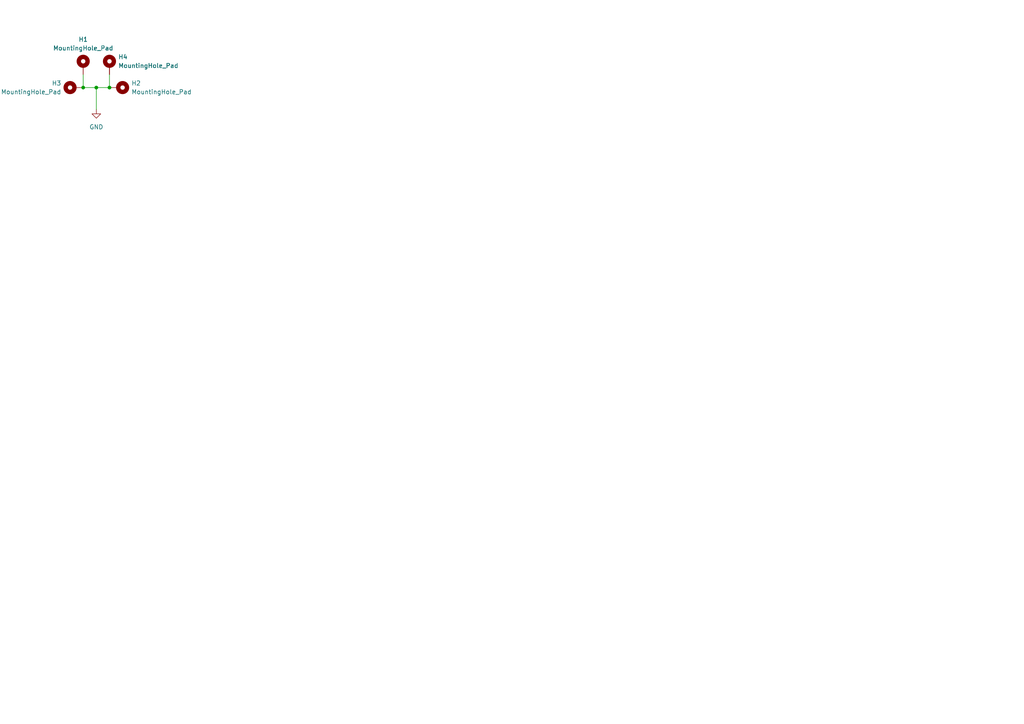
<source format=kicad_sch>
(kicad_sch (version 20231120) (generator "eeschema") (generator_version "8.0")
  (paper "A4")
  (lib_symbols
    (symbol "Mechanical:MountingHole_Pad" (pin_numbers hide) (pin_names (offset 1.016) hide) (exclude_from_sim yes) (in_bom no)
      (property "Reference" "H" (at 0 6.35 0))
      (property "Value" "MountingHole_Pad" (at 0 4.445 0))
      (symbol "MountingHole_Pad_0_1"
        (circle (center 0 1.27) (radius 1.27) (stroke (width 1.27)))
      )
      (symbol "MountingHole_Pad_1_1"
        (pin input line (at 0 -2.54 90) (length 2.54) (name "1") (number "1"))
      )
    )
    (symbol "power:GND" (power) (pin_numbers hide) (pin_names (offset 0) hide)
      (property "Value" "GND" (at 0 -3.81 0))
      (symbol "GND_0_1"
        (polyline (pts (xy 0 0) (xy 0 -1.27) (xy 1.27 -1.27) (xy 0 -2.54) (xy -1.27 -1.27) (xy 0 -1.27)))
      )
      (symbol "GND_1_1"
        (pin power_in line (at 0 0 270) (length 0) (name "~") (number "1"))
      )
    )
  )
  (junction (at 27.94 25.4))
  (junction (at 24.13 25.4))
  (junction (at 31.75 25.4))
  (wire (pts (xy 31.75 21.59) (xy 31.75 25.4)))
  (wire (pts (xy 24.13 25.4) (xy 27.94 25.4)))
  (wire (pts (xy 24.13 25.4) (xy 24.13 21.59)))
  (wire (pts (xy 27.94 25.4) (xy 31.75 25.4)))
  (wire (pts (xy 27.94 25.4) (xy 27.94 31.75)))
  (symbol (lib_id "Mechanical:MountingHole_Pad") (at 24.13 19.05 0) (unit 1) (exclude_from_sim yes) (in_bom no)
    (property "Reference" "H1" (at 24.13 11.43 0))
    (property "Value" "MountingHole_Pad" (at 24.13 13.97 0))
    (property "Footprint" "MountingHole:MountingHole_3.2mm_M3_Pad_Via" (effects (hide yes)))
    (property "Description" "Mounting Hole with connection" (effects (hide yes)))
  )
  (symbol (lib_id "Mechanical:MountingHole_Pad") (at 21.59 25.4 90) (unit 1) (exclude_from_sim yes) (in_bom no)
    (property "Reference" "H3" (at 17.78 24.1299 90) (effects (justify left)))
    (property "Value" "MountingHole_Pad" (at 17.78 26.6699 90) (effects (justify left)))
    (property "Footprint" "MountingHole:MountingHole_3.2mm_M3_Pad_Via" (effects (hide yes)))
    (property "Description" "Mounting Hole with connection" (effects (hide yes)))
  )
  (symbol (lib_id "Mechanical:MountingHole_Pad") (at 34.29 25.4 270) (unit 1) (exclude_from_sim yes) (in_bom no)
    (property "Reference" "H2" (at 38.1 24.1299 90) (effects (justify left)))
    (property "Value" "MountingHole_Pad" (at 38.1 26.6699 90) (effects (justify left)))
    (property "Footprint" "MountingHole:MountingHole_3.2mm_M3_Pad_Via" (effects (hide yes)))
    (property "Description" "Mounting Hole with connection" (effects (hide yes)))
  )
  (symbol (lib_id "Mechanical:MountingHole_Pad") (at 31.75 19.05 0) (unit 1) (exclude_from_sim yes) (in_bom no)
    (property "Reference" "H4" (at 34.29 16.5099 0) (effects (justify left)))
    (property "Value" "MountingHole_Pad" (at 34.29 19.0499 0) (effects (justify left)))
    (property "Footprint" "MountingHole:MountingHole_3.2mm_M3_Pad_Via" (effects (hide yes)))
    (property "Description" "Mounting Hole with connection" (effects (hide yes)))
  )
  (symbol (lib_id "power:GND") (at 27.94 31.75 0) (unit 1)
    (property "Reference" "#PWR01" (effects (hide yes)))
    (property "Value" "GND" (at 27.94 36.83 0))
    (property "Description" "Power symbol creates a global label with name \"GND\" , ground" (effects (hide yes)))
  )
)
</source>
